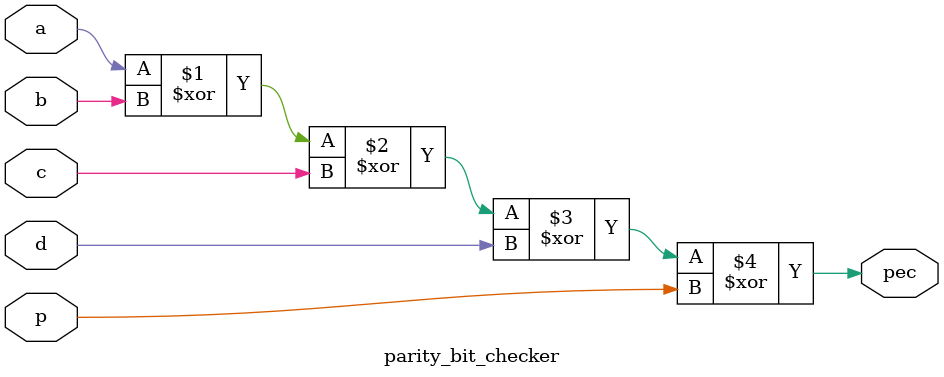
<source format=v>
`timescale 1ns / 1ps

module parity_bit_checker(
input a,b,c,d,p,
output pec
    );
assign pec=a^b^c^d^p;
endmodule
</source>
